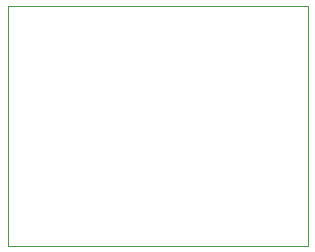
<source format=gbr>
%TF.GenerationSoftware,KiCad,Pcbnew,8.0.6*%
%TF.CreationDate,2024-12-13T22:42:48+00:00*%
%TF.ProjectId,StepperAdapterMount,53746570-7065-4724-9164-61707465724d,RevA*%
%TF.SameCoordinates,Original*%
%TF.FileFunction,Profile,NP*%
%FSLAX46Y46*%
G04 Gerber Fmt 4.6, Leading zero omitted, Abs format (unit mm)*
G04 Created by KiCad (PCBNEW 8.0.6) date 2024-12-13 22:42:48*
%MOMM*%
%LPD*%
G01*
G04 APERTURE LIST*
%TA.AperFunction,Profile*%
%ADD10C,0.050000*%
%TD*%
G04 APERTURE END LIST*
D10*
X38970000Y-197200000D02*
X64370000Y-197200000D01*
X64370000Y-217520000D01*
X38970000Y-217520000D01*
X38970000Y-197200000D01*
M02*

</source>
